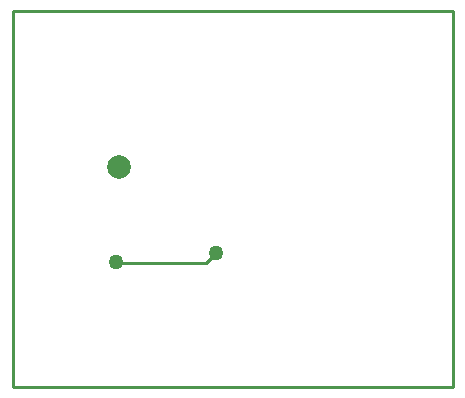
<source format=gbl>
G04*
G04 #@! TF.GenerationSoftware,Altium Limited,Altium Designer,23.6.0 (18)*
G04*
G04 Layer_Physical_Order=2*
G04 Layer_Color=16711680*
%FSLAX43Y43*%
%MOMM*%
G71*
G04*
G04 #@! TF.SameCoordinates,0D2679BE-82C5-4F77-93CB-BF777400B08C*
G04*
G04*
G04 #@! TF.FilePolarity,Positive*
G04*
G01*
G75*
%ADD11C,0.200*%
%ADD12C,0.254*%
%ADD25C,2.000*%
%ADD26C,1.270*%
D11*
X8715Y10567D02*
X8782Y10500D01*
D12*
X16398D02*
X17215Y11317D01*
X8782Y10500D02*
X16398D01*
X17215Y11317D01*
X0Y0D02*
X37280D01*
X0Y31820D02*
X37280D01*
Y0D02*
Y31820D01*
X0Y0D02*
Y31820D01*
D25*
X9000Y18620D02*
D03*
D26*
X17215Y11317D02*
D03*
X8715Y10567D02*
D03*
M02*

</source>
